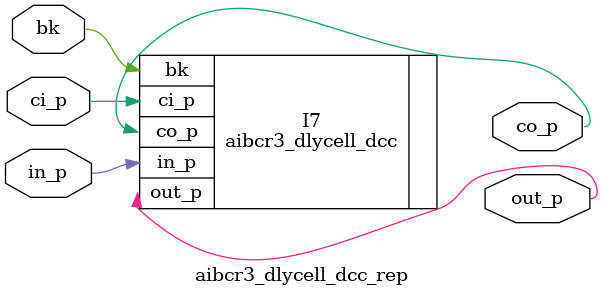
<source format=v>
`timescale 1ps/1ps 

module aibcr3_dlycell_dcc_rep ( output co_p, output out_p, input bk, input ci_p, input in_p );

aibcr3_dlycell_dcc I7 (.co_p(co_p), .out_p(out_p), .bk(bk), .ci_p(ci_p),.in_p(in_p));

//`ifdef TIMESCALE_EN
//                timeunit 1ps;
//                timeprecision 1ps;
//`endif
//
//output  co_p, out_p;
//
//input  bk, ci_p, in_p;
//
//wire bkbl;
//
//parameter   BUF_DELAY = 20;
//
//assign net0150 = ~in_p;
//assign bkb     = ! bk;
//assign net0173 = ! (net0150 & bk);
//assign net0174 = ! (net0150 & bkb);
//assign bkl     = ! (net0173 & bkbl);
//assign bkbl    = ! (net0174 & bkl);
//
//assign #BUF_DELAY co_p = bkl? in_p : 1'b0;
//assign #BUF_DELAY out_p = bkl? ci_p : in_p;

endmodule

</source>
